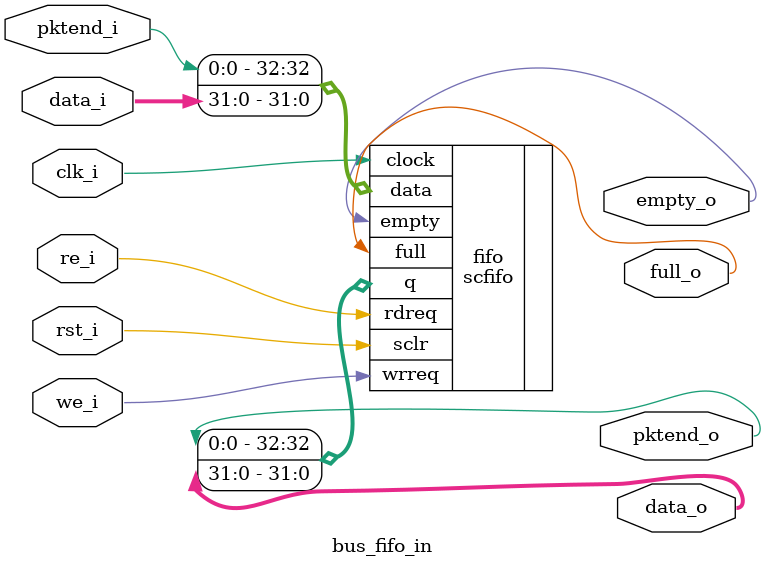
<source format=v>
module bus_fifo_in #(
  parameter N   =128
)(
  input         clk_i           ,
  input         rst_i           ,
  input  [31:0] data_i          ,
  input         pktend_i        ,
  output [31:0] data_o          ,
  output        pktend_o        ,
  input         re_i            ,
  input         we_i            ,
  output        empty_o         ,
  output        full_o
);
scfifo #(
  .lpm_numwords           (N             ),
  .add_ram_output_register("OFF"         ),
  .intended_device_family ("Cyclone IV E"),
  .lpm_showahead          ("OFF"         ),
  .lpm_type               ("scfifo"      ),
  .lpm_width              (33            ),
  .overflow_checking      ("OFF"         ),
  .underflow_checking     ("OFF"         ),
  .use_eab                ("ON"          )
)fifo(
  .clock       (clk_i            ),
  .sclr        (rst_i            ),
  .data        ({pktend_i,data_i}),
  .q           ({pktend_o,data_o}),
  .wrreq       (we_i             ),
  .rdreq       (re_i             ),
  .empty       (empty_o          ),
  .full        (full_o           )
);

endmodule


</source>
